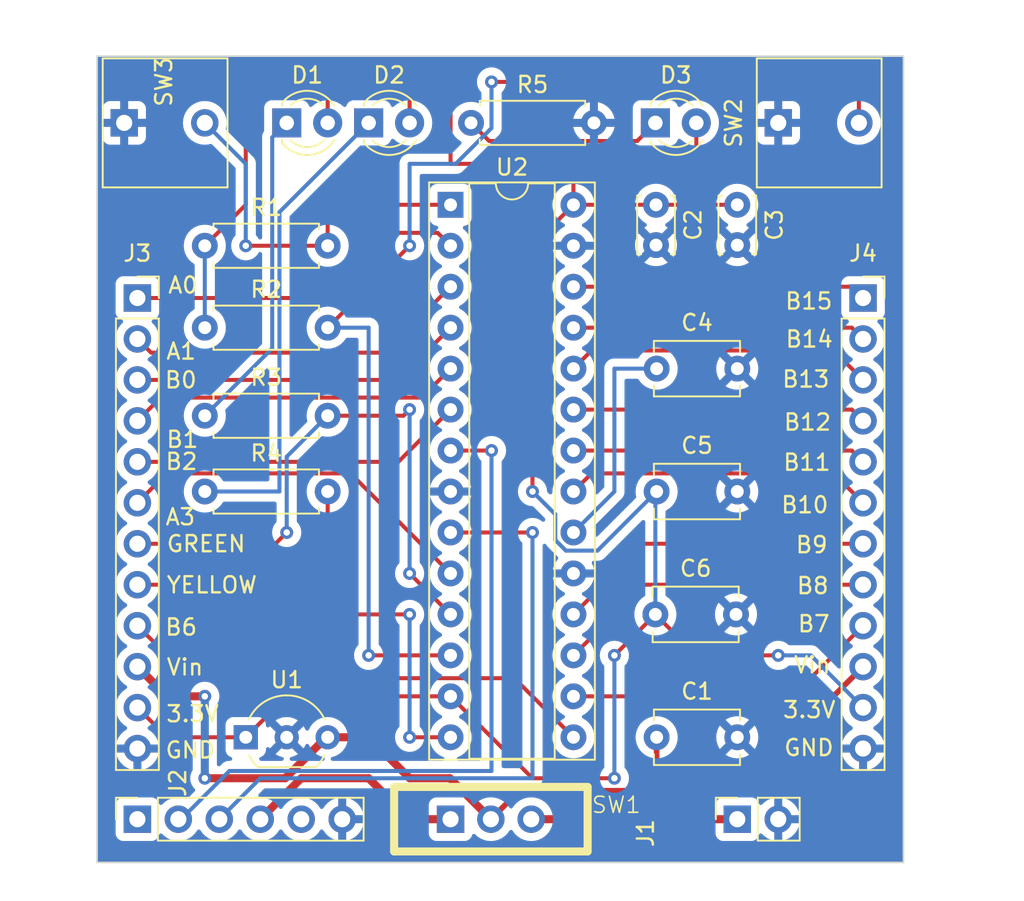
<source format=kicad_pcb>
(kicad_pcb (version 20221018) (generator pcbnew)
  (layers (0 "F.Cu" signal) (31 "B.Cu" signal) (34 "B.Paste" user) (35 "F.Paste" user) (36 "B.SilkS" user "B.Silkscreen") (37 "F.SilkS" user "F.Silkscreen") (38 "B.Mask" user) (39 "F.Mask" user) (44 "Edge.Cuts" user))
  (net 0 "")
  (net 1 "/Vin")
  (net 2 "GND")
  (net 3 "+3.3V")
  (net 4 "Net-(U2-Vcap)")
  (net 5 "Net-(D1-K)")
  (net 6 "Net-(D2-K)")
  (net 7 "Net-(D3-K)")
  (net 8 "Net-(J1-5V)")
  (net 10 "/U1TX")
  (net 11 "/U1RX")
  (net 12 "+5V")
  (net 14 "/A0")
  (net 15 "/A1")
  (net 16 "/B0")
  (net 17 "/B1")
  (net 18 "/B2")
  (net 19 "/A3")
  (net 20 "/GREEN")
  (net 21 "/YELLOW")
  (net 22 "/B6")
  (net 23 "/B15")
  (net 24 "/B14")
  (net 25 "/B13")
  (net 26 "/B12")
  (net 27 "/B11")
  (net 28 "/B10")
  (net 29 "/B9")
  (net 30 "/B8")
  (net 31 "/B7")
  (net 32 "/MCLR")
  (net 33 "/USER")
  (footprint "Package_DIP:DIP-28_W7.62mm_Socket" (layer "F.Cu") (at 121.92 109.22)
    (fp_text reference "U2" (at 3.81 -2.33) (layer "F.SilkS"))
    (fp_text value "PIC32MX170F256B")
    (fp_line (start -1.33 -1.39) (end -1.33 34.41) (stroke (width 0.12)) (layer "F.SilkS"))
    (fp_line (start -1.33 34.41) (end 8.95 34.41) (stroke (width 0.12)) (layer "F.SilkS"))
    (fp_line (start 1.16 -1.33) (end 1.16 34.35) (stroke (width 0.12)) (layer "F.SilkS"))
    (fp_line (start 1.16 34.35) (end 6.46 34.35) (stroke (width 0.12)) (layer "F.SilkS"))
    (fp_line (start 2.81 -1.33) (end 1.16 -1.33) (stroke (width 0.12)) (layer "F.SilkS"))
    (fp_line (start 6.46 -1.33) (end 4.81 -1.33) (stroke (width 0.12)) (layer "F.SilkS"))
    (fp_line (start 6.46 34.35) (end 6.46 -1.33) (stroke (width 0.12)) (layer "F.SilkS"))
    (fp_line (start 8.95 -1.39) (end -1.33 -1.39) (stroke (width 0.12)) (layer "F.SilkS"))
    (fp_line (start 8.95 34.41) (end 8.95 -1.39) (stroke (width 0.12)) (layer "F.SilkS"))
    (fp_arc (start 4.81 -1.33) (mid 3.81 -0.33) (end 2.81 -1.33) (stroke (width 0.12)) (layer "F.SilkS"))
    (pad "1" thru_hole rect (at 0 0) (size 1.6 1.6) (drill 0.8) (layers "*.Cu" "*.Mask") (net 32 "/MCLR"))
    (pad "2" thru_hole oval (at 0 2.54) (size 1.6 1.6) (drill 0.8) (layers "*.Cu" "*.Mask") (net 14 "/A0"))
    (pad "3" thru_hole oval (at 0 5.08) (size 1.6 1.6) (drill 0.8) (layers "*.Cu" "*.Mask") (net 15 "/A1"))
    (pad "4" thru_hole oval (at 0 7.62) (size 1.6 1.6) (drill 0.8) (layers "*.Cu" "*.Mask") (net 16 "/B0"))
    (pad "5" thru_hole oval (at 0 10.16) (size 1.6 1.6) (drill 0.8) (layers "*.Cu" "*.Mask") (net 17 "/B1"))
    (pad "6" thru_hole oval (at 0 12.7) (size 1.6 1.6) (drill 0.8) (layers "*.Cu" "*.Mask") (net 18 "/B2"))
    (pad "7" thru_hole oval (at 0 15.24) (size 1.6 1.6) (drill 0.8) (layers "*.Cu" "*.Mask") (net 10 "/U1TX"))
    (pad "8" thru_hole oval (at 0 17.78) (size 1.6 1.6) (drill 0.8) (layers "*.Cu" "*.Mask") (net 2 "GND"))
    (pad "9" thru_hole oval (at 0 20.32) (size 1.6 1.6) (drill 0.8) (layers "*.Cu" "*.Mask") (net 11 "/U1RX"))
    (pad "10" thru_hole oval (at 0 22.86) (size 1.6 1.6) (drill 0.8) (layers "*.Cu" "*.Mask") (net 19 "/A3"))
    (pad "11" thru_hole oval (at 0 25.4) (size 1.6 1.6) (drill 0.8) (layers "*.Cu" "*.Mask") (net 20 "/GREEN"))
    (pad "12" thru_hole oval (at 0 27.94) (size 1.6 1.6) (drill 0.8) (layers "*.Cu" "*.Mask") (net 33 "/USER"))
    (pad "13" thru_hole oval (at 0 30.48) (size 1.6 1.6) (drill 0.8) (layers "*.Cu" "*.Mask") (net 3 "+3.3V"))
    (pad "14" thru_hole oval (at 0 33.02) (size 1.6 1.6) (drill 0.8) (layers "*.Cu" "*.Mask") (net 21 "/YELLOW"))
    (pad "15" thru_hole oval (at 7.62 33.02) (size 1.6 1.6) (drill 0.8) (layers "*.Cu" "*.Mask") (net 22 "/B6"))
    (pad "16" thru_hole oval (at 7.62 30.48) (size 1.6 1.6) (drill 0.8) (layers "*.Cu" "*.Mask") (net 31 "/B7"))
    (pad "17" thru_hole oval (at 7.62 27.94) (size 1.6 1.6) (drill 0.8) (layers "*.Cu" "*.Mask") (net 30 "/B8"))
    (pad "18" thru_hole oval (at 7.62 25.4) (size 1.6 1.6) (drill 0.8) (layers "*.Cu" "*.Mask") (net 29 "/B9"))
    (pad "19" thru_hole oval (at 7.62 22.86) (size 1.6 1.6) (drill 0.8) (layers "*.Cu" "*.Mask") (net 2 "GND"))
    (pad "20" thru_hole oval (at 7.62 20.32) (size 1.6 1.6) (drill 0.8) (layers "*.Cu" "*.Mask") (net 4 "Net-(U2-Vcap)"))
    (pad "21" thru_hole oval (at 7.62 17.78) (size 1.6 1.6) (drill 0.8) (layers "*.Cu" "*.Mask") (net 28 "/B10"))
    (pad "22" thru_hole oval (at 7.62 15.24) (size 1.6 1.6) (drill 0.8) (layers "*.Cu" "*.Mask") (net 27 "/B11"))
    (pad "23" thru_hole oval (at 7.62 12.7) (size 1.6 1.6) (drill 0.8) (layers "*.Cu" "*.Mask") (net 26 "/B12"))
    (pad "24" thru_hole oval (at 7.62 10.16) (size 1.6 1.6) (drill 0.8) (layers "*.Cu" "*.Mask") (net 25 "/B13"))
    (pad "25" thru_hole oval (at 7.62 7.62) (size 1.6 1.6) (drill 0.8) (layers "*.Cu" "*.Mask") (net 24 "/B14"))
    (pad "26" thru_hole oval (at 7.62 5.08) (size 1.6 1.6) (drill 0.8) (layers "*.Cu" "*.Mask") (net 23 "/B15"))
    (pad "27" thru_hole oval (at 7.62 2.54) (size 1.6 1.6) (drill 0.8) (layers "*.Cu" "*.Mask") (net 2 "GND"))
    (pad "28" thru_hole oval (at 7.62 0) (size 1.6 1.6) (drill 0.8) (layers "*.Cu" "*.Mask") (net 3 "+3.3V"))
  )
  (footprint "Capacitor_THT:C_Disc_D5.1mm_W3.2mm_P5.00mm" (layer "F.Cu") (at 134.7 142.24)
    (fp_text reference "C1" (at 2.5 -2.85) (layer "F.SilkS"))
    (fp_text value "1uF")
    (fp_line (start -0.17 -1.721) (end -0.17 -1.055) (stroke (width 0.12)) (layer "F.SilkS"))
    (fp_line (start -0.17 -1.721) (end 5.17 -1.721) (stroke (width 0.12)) (layer "F.SilkS"))
    (fp_line (start -0.17 1.055) (end -0.17 1.721) (stroke (width 0.12)) (layer "F.SilkS"))
    (fp_line (start -0.17 1.721) (end 5.17 1.721) (stroke (width 0.12)) (layer "F.SilkS"))
    (fp_line (start 5.17 -1.721) (end 5.17 -1.055) (stroke (width 0.12)) (layer "F.SilkS"))
    (fp_line (start 5.17 1.055) (end 5.17 1.721) (stroke (width 0.12)) (layer "F.SilkS"))
    (pad "1" thru_hole circle (at 0 0) (size 1.6 1.6) (drill 0.8) (layers "*.Cu" "*.Mask") (net 1 "/Vin"))
    (pad "2" thru_hole circle (at 5 0) (size 1.6 1.6) (drill 0.8) (layers "*.Cu" "*.Mask") (net 2 "GND"))
  )
  (footprint "LED_THT:LED_D3.0mm" (layer "F.Cu") (at 111.76 104.14)
    (fp_text reference "D1" (at 1.27 -2.96) (layer "F.SilkS"))
    (fp_text value "GREEN")
    (fp_line (start -0.29 -1.236) (end -0.29 -1.08) (stroke (width 0.12)) (layer "F.SilkS"))
    (fp_line (start -0.29 1.08) (end -0.29 1.236) (stroke (width 0.12)) (layer "F.SilkS"))
    (fp_arc (start -0.29 -1.235516) (mid 1.366487 -1.987659) (end 2.942335 -1.078608) (stroke (width 0.12)) (layer "F.SilkS"))
    (fp_arc (start 0.229039 -1.08) (mid 1.270117 -1.5) (end 2.31113 -1.079837) (stroke (width 0.12)) (layer "F.SilkS"))
    (fp_arc (start 2.31113 1.079837) (mid 1.270117 1.5) (end 0.229039 1.08) (stroke (width 0.12)) (layer "F.SilkS"))
    (fp_arc (start 2.942335 1.078608) (mid 1.366487 1.987659) (end -0.29 1.235516) (stroke (width 0.12)) (layer "F.SilkS"))
    (pad "1" thru_hole rect (at 0 0) (size 1.8 1.8) (drill 0.9) (layers "*.Cu" "*.Mask") (net 5 "Net-(D1-K)"))
    (pad "2" thru_hole circle (at 2.54 0) (size 1.8 1.8) (drill 0.9) (layers "*.Cu" "*.Mask") (net 3 "+3.3V"))
  )
  (footprint "Resistor_THT:R_Axial_DIN0207_L6.3mm_D2.5mm_P7.62mm_Horizontal" (layer "F.Cu") (at 106.68 116.84)
    (fp_text reference "R2" (at 3.81 -2.37) (layer "F.SilkS"))
    (fp_text value "10k")
    (fp_line (start 0.54 -1.37) (end 7.08 -1.37) (stroke (width 0.12)) (layer "F.SilkS"))
    (fp_line (start 0.54 -1.04) (end 0.54 -1.37) (stroke (width 0.12)) (layer "F.SilkS"))
    (fp_line (start 0.54 1.04) (end 0.54 1.37) (stroke (width 0.12)) (layer "F.SilkS"))
    (fp_line (start 0.54 1.37) (end 7.08 1.37) (stroke (width 0.12)) (layer "F.SilkS"))
    (fp_line (start 7.08 -1.37) (end 7.08 -1.04) (stroke (width 0.12)) (layer "F.SilkS"))
    (fp_line (start 7.08 1.37) (end 7.08 1.04) (stroke (width 0.12)) (layer "F.SilkS"))
    (pad "1" thru_hole circle (at 0 0) (size 1.6 1.6) (drill 0.8) (layers "*.Cu" "*.Mask") (net 3 "+3.3V"))
    (pad "2" thru_hole oval (at 7.62 0) (size 1.6 1.6) (drill 0.8) (layers "*.Cu" "*.Mask") (net 33 "/USER"))
  )
  (footprint "Resistor_THT:R_Axial_DIN0207_L6.3mm_D2.5mm_P7.62mm_Horizontal" (layer "F.Cu") (at 123.19 104.14)
    (fp_text reference "R5" (at 3.81 -2.37) (layer "F.SilkS"))
    (fp_text value "330")
    (fp_line (start 0.54 -1.37) (end 7.08 -1.37) (stroke (width 0.12)) (layer "F.SilkS"))
    (fp_line (start 0.54 -1.04) (end 0.54 -1.37) (stroke (width 0.12)) (layer "F.SilkS"))
    (fp_line (start 0.54 1.04) (end 0.54 1.37) (stroke (width 0.12)) (layer "F.SilkS"))
    (fp_line (start 0.54 1.37) (end 7.08 1.37) (stroke (width 0.12)) (layer "F.SilkS"))
    (fp_line (start 7.08 -1.37) (end 7.08 -1.04) (stroke (width 0.12)) (layer "F.SilkS"))
    (fp_line (start 7.08 1.37) (end 7.08 1.04) (stroke (width 0.12)) (layer "F.SilkS"))
    (pad "1" thru_hole circle (at 0 0) (size 1.6 1.6) (drill 0.8) (layers "*.Cu" "*.Mask") (net 7 "Net-(D3-K)"))
    (pad "2" thru_hole oval (at 7.62 0) (size 1.6 1.6) (drill 0.8) (layers "*.Cu" "*.Mask") (net 2 "GND"))
  )
  (footprint "LED_THT:LED_D3.0mm" (layer "F.Cu") (at 116.84 104.14)
    (fp_text reference "D2" (at 1.27 -2.96) (layer "F.SilkS"))
    (fp_text value "YELLOW")
    (fp_line (start -0.29 -1.236) (end -0.29 -1.08) (stroke (width 0.12)) (layer "F.SilkS"))
    (fp_line (start -0.29 1.08) (end -0.29 1.236) (stroke (width 0.12)) (layer "F.SilkS"))
    (fp_arc (start -0.29 -1.235516) (mid 1.366487 -1.987659) (end 2.942335 -1.078608) (stroke (width 0.12)) (layer "F.SilkS"))
    (fp_arc (start 0.229039 -1.08) (mid 1.270117 -1.5) (end 2.31113 -1.079837) (stroke (width 0.12)) (layer "F.SilkS"))
    (fp_arc (start 2.31113 1.079837) (mid 1.270117 1.5) (end 0.229039 1.08) (stroke (width 0.12)) (layer "F.SilkS"))
    (fp_arc (start 2.942335 1.078608) (mid 1.366487 1.987659) (end -0.29 1.235516) (stroke (width 0.12)) (layer "F.SilkS"))
    (pad "1" thru_hole rect (at 0 0) (size 1.8 1.8) (drill 0.9) (layers "*.Cu" "*.Mask") (net 6 "Net-(D2-K)"))
    (pad "2" thru_hole circle (at 2.54 0) (size 1.8 1.8) (drill 0.9) (layers "*.Cu" "*.Mask") (net 3 "+3.3V"))
  )
  (footprint "Capacitor_THT:C_Disc_D3.4mm_W2.1mm_P2.50mm" (layer "F.Cu") (at 134.66 109.22 -90)
    (fp_text reference "C2" (at 1.25 -2.3 90) (layer "F.SilkS"))
    (fp_text value "0.1uF")
    (fp_line (start -0.57 -1.17) (end -0.57 -0.925) (stroke (width 0.12)) (layer "F.SilkS"))
    (fp_line (start -0.57 -1.17) (end 3.07 -1.17) (stroke (width 0.12)) (layer "F.SilkS"))
    (fp_line (start -0.57 0.925) (end -0.57 1.17) (stroke (width 0.12)) (layer "F.SilkS"))
    (fp_line (start -0.57 1.17) (end 3.07 1.17) (stroke (width 0.12)) (layer "F.SilkS"))
    (fp_line (start 3.07 -1.17) (end 3.07 -0.925) (stroke (width 0.12)) (layer "F.SilkS"))
    (fp_line (start 3.07 0.925) (end 3.07 1.17) (stroke (width 0.12)) (layer "F.SilkS"))
    (pad "1" thru_hole circle (at 0 0 270) (size 1.6 1.6) (drill 0.8) (layers "*.Cu" "*.Mask") (net 3 "+3.3V"))
    (pad "2" thru_hole circle (at 2.5 0 270) (size 1.6 1.6) (drill 0.8) (layers "*.Cu" "*.Mask") (net 2 "GND"))
  )
  (footprint "Capacitor_THT:C_Disc_D3.4mm_W2.1mm_P2.50mm" (layer "F.Cu") (at 139.7 109.22 -90)
    (fp_text reference "C3" (at 1.25 -2.3 90) (layer "F.SilkS"))
    (fp_text value "0.1uF")
    (fp_line (start -0.57 -1.17) (end -0.57 -0.925) (stroke (width 0.12)) (layer "F.SilkS"))
    (fp_line (start -0.57 -1.17) (end 3.07 -1.17) (stroke (width 0.12)) (layer "F.SilkS"))
    (fp_line (start -0.57 0.925) (end -0.57 1.17) (stroke (width 0.12)) (layer "F.SilkS"))
    (fp_line (start -0.57 1.17) (end 3.07 1.17) (stroke (width 0.12)) (layer "F.SilkS"))
    (fp_line (start 3.07 -1.17) (end 3.07 -0.925) (stroke (width 0.12)) (layer "F.SilkS"))
    (fp_line (start 3.07 0.925) (end 3.07 1.17) (stroke (width 0.12)) (layer "F.SilkS"))
    (pad "1" thru_hole circle (at 0 0 270) (size 1.6 1.6) (drill 0.8) (layers "*.Cu" "*.Mask") (net 3 "+3.3V"))
    (pad "2" thru_hole circle (at 2.5 0 270) (size 1.6 1.6) (drill 0.8) (layers "*.Cu" "*.Mask") (net 2 "GND"))
  )
  (footprint "PIClib:slide2" (layer "F.Cu") (at 124.42 147.32)
    (fp_text reference "SW1" (at 7.776038 -0.886266 unlocked) (layer "F.SilkS") (effects (font (thickness 0.1))))
    (fp_text value "SW_SPDT")
    (fp_line (start -6 -2) (end 6 -2) (stroke (width 0.5)) (layer "F.SilkS"))
    (fp_line (start -6 2) (end -6 -2) (stroke (width 0.5)) (layer "F.SilkS"))
    (fp_line (start 6 -2) (end 6 2) (stroke (width 0.5)) (layer "F.SilkS"))
    (fp_line (start 6 2) (end -6 2) (stroke (width 0.5)) (layer "F.SilkS"))
    (pad "1" thru_hole rect (at -2.5 0) (size 1.7 1.7) (drill 1) (layers "*.Cu" "*.Mask") (net 12 "+5V"))
    (pad "2" thru_hole circle (at 0 0) (size 1.7 1.7) (drill 1) (layers "*.Cu" "*.Mask") (net 1 "/Vin"))
    (pad "3" thru_hole circle (at 2.5 0) (size 1.7 1.7) (drill 1) (layers "*.Cu" "*.Mask") (net 8 "Net-(J1-5V)"))
  )
  (footprint "Package_TO_SOT_THT:TO-92_Inline_Wide" (layer "F.Cu") (at 109.22 142.24)
    (fp_text reference "U1" (at 2.54 -3.56) (layer "F.SilkS"))
    (fp_text value "AP7381-33V")
    (fp_line (start 0.74 1.85) (end 4.34 1.85) (stroke (width 0.12)) (layer "F.SilkS"))
    (fp_arc (start 0.1836 -1.098807) (mid 1.143021 -2.192817) (end 2.54 -2.6) (stroke (width 0.12)) (layer "F.SilkS"))
    (fp_arc (start 0.74 1.85) (mid 0.446097 1.509328) (end 0.215816 1.122795) (stroke (width 0.12)) (layer "F.SilkS"))
    (fp_arc (start 2.54 -2.6) (mid 3.936979 -2.192818) (end 4.8964 -1.098807) (stroke (width 0.12)) (layer "F.SilkS"))
    (fp_arc (start 4.864184 1.122795) (mid 4.633903 1.509328) (end 4.34 1.85) (stroke (width 0.12)) (layer "F.SilkS"))
    (pad "1" thru_hole rect (at 0 0) (size 1.5 1.5) (drill 0.8) (layers "*.Cu" "*.Mask") (net 3 "+3.3V"))
    (pad "2" thru_hole circle (at 2.54 0) (size 1.5 1.5) (drill 0.8) (layers "*.Cu" "*.Mask") (net 2 "GND"))
    (pad "3" thru_hole circle (at 5.08 0) (size 1.5 1.5) (drill 0.8) (layers "*.Cu" "*.Mask") (net 1 "/Vin"))
  )
  (footprint "Connector_PinSocket_2.54mm:PinSocket_1x06_P2.54mm_Vertical" (layer "F.Cu") (at 102.5 147.32 90)
    (fp_text reference "J2" (at 2.251665 2.505006 90) (layer "F.SilkS"))
    (fp_text value "CP2102")
    (fp_line (start -1.33 1.27) (end -1.33 14.03) (stroke (width 0.12)) (layer "F.SilkS"))
    (fp_line (start -1.33 1.27) (end 1.33 1.27) (stroke (width 0.12)) (layer "F.SilkS"))
    (fp_line (start -1.33 14.03) (end 1.33 14.03) (stroke (width 0.12)) (layer "F.SilkS"))
    (fp_line (start 0 -1.33) (end 1.33 -1.33) (stroke (width 0.12)) (layer "F.SilkS"))
    (fp_line (start 1.33 -1.33) (end 1.33 0) (stroke (width 0.12)) (layer "F.SilkS"))
    (fp_line (start 1.33 1.27) (end 1.33 14.03) (stroke (width 0.12)) (layer "F.SilkS"))
    (pad "1" thru_hole rect (at 0 0 90) (size 1.7 1.7) (drill 1) (layers "*.Cu" "*.Mask"))
    (pad "2" thru_hole oval (at 0 2.54 90) (size 1.7 1.7) (drill 1) (layers "*.Cu" "*.Mask") (net 10 "/U1TX"))
    (pad "3" thru_hole oval (at 0 5.08 90) (size 1.7 1.7) (drill 1) (layers "*.Cu" "*.Mask") (net 11 "/U1RX"))
    (pad "4" thru_hole oval (at 0 7.62 90) (size 1.7 1.7) (drill 1) (layers "*.Cu" "*.Mask") (net 12 "+5V"))
    (pad "5" thru_hole oval (at 0 10.16 90) (size 1.7 1.7) (drill 1) (layers "*.Cu" "*.Mask"))
    (pad "6" thru_hole oval (at 0 12.7 90) (size 1.7 1.7) (drill 1) (layers "*.Cu" "*.Mask") (net 2 "GND"))
  )
  (footprint "PIClib:pushbutton_P2.54mm_Vertical" (layer "F.Cu") (at 142.24 104.14 90)
    (fp_text reference "SW2" (at 0 -2.77 90) (layer "F.SilkS"))
    (fp_text value "USER")
    (fp_line (start -4 -1.33) (end -4 6.41) (stroke (width 0.12)) (layer "F.SilkS"))
    (fp_line (start -4 -1.33) (end 4 -1.33) (stroke (width 0.12)) (layer "F.SilkS"))
    (fp_line (start -4 6.41) (end 4 6.41) (stroke (width 0.12)) (layer "F.SilkS"))
    (fp_line (start 4 -1.33) (end 4 6.41) (stroke (width 0.12)) (layer "F.SilkS"))
    (pad "1" thru_hole rect (at 0 0 90) (size 1.7 1.7) (drill 1) (layers "*.Cu" "*.Mask") (net 2 "GND"))
    (pad "2" thru_hole circle (at 0 5 90) (size 1.7 1.7) (drill 1) (layers "*.Cu" "*.Mask") (net 33 "/USER"))
  )
  (footprint "PIClib:pushbutton_P2.54mm_Vertical" (layer "F.Cu") (at 101.68 104.14 90)
    (fp_text reference "SW3" (at 2.54 2.46 90) (layer "F.SilkS"))
    (fp_text value "MCLR")
    (fp_line (start -4 -1.33) (end -4 6.41) (stroke (width 0.12)) (layer "F.SilkS"))
    (fp_line (start -4 -1.33) (end 4 -1.33) (stroke (width 0.12)) (layer "F.SilkS"))
    (fp_line (start -4 6.41) (end 4 6.41) (stroke (width 0.12)) (layer "F.SilkS"))
    (fp_line (start 4 -1.33) (end 4 6.41) (stroke (width 0.12)) (layer "F.SilkS"))
    (pad "1" thru_hole rect (at 0 0 90) (size 1.7 1.7) (drill 1) (layers "*.Cu" "*.Mask") (net 2 "GND"))
    (pad "2" thru_hole circle (at 0 5 90) (size 1.7 1.7) (drill 1) (layers "*.Cu" "*.Mask") (net 32 "/MCLR"))
  )
  (footprint "Capacitor_THT:C_Disc_D5.1mm_W3.2mm_P5.00mm" (layer "F.Cu") (at 134.7 119.38)
    (fp_text reference "C4" (at 2.5 -2.85) (layer "F.SilkS"))
    (fp_text value "1uF")
    (fp_line (start -0.17 -1.721) (end -0.17 -1.055) (stroke (width 0.12)) (layer "F.SilkS"))
    (fp_line (start -0.17 -1.721) (end 5.17 -1.721) (stroke (width 0.12)) (layer "F.SilkS"))
    (fp_line (start -0.17 1.055) (end -0.17 1.721) (stroke (width 0.12)) (layer "F.SilkS"))
    (fp_line (start -0.17 1.721) (end 5.17 1.721) (stroke (width 0.12)) (layer "F.SilkS"))
    (fp_line (start 5.17 -1.721) (end 5.17 -1.055) (stroke (width 0.12)) (layer "F.SilkS"))
    (fp_line (start 5.17 1.055) (end 5.17 1.721) (stroke (width 0.12)) (layer "F.SilkS"))
    (pad "1" thru_hole circle (at 0 0) (size 1.6 1.6) (drill 0.8) (layers "*.Cu" "*.Mask") (net 4 "Net-(U2-Vcap)"))
    (pad "2" thru_hole circle (at 5 0) (size 1.6 1.6) (drill 0.8) (layers "*.Cu" "*.Mask") (net 2 "GND"))
  )
  (footprint "Resistor_THT:R_Axial_DIN0207_L6.3mm_D2.5mm_P7.62mm_Horizontal" (layer "F.Cu") (at 106.68 127)
    (fp_text reference "R4" (at 3.81 -2.37) (layer "F.SilkS"))
    (fp_text value "330")
    (fp_line (start 0.54 -1.37) (end 7.08 -1.37) (stroke (width 0.12)) (layer "F.SilkS"))
    (fp_line (start 0.54 -1.04) (end 0.54 -1.37) (stroke (width 0.12)) (layer "F.SilkS"))
    (fp_line (start 0.54 1.04) (end 0.54 1.37) (stroke (width 0.12)) (layer "F.SilkS"))
    (fp_line (start 0.54 1.37) (end 7.08 1.37) (stroke (width 0.12)) (layer "F.SilkS"))
    (fp_line (start 7.08 -1.37) (end 7.08 -1.04) (stroke (width 0.12)) (layer "F.SilkS"))
    (fp_line (start 7.08 1.37) (end 7.08 1.04) (stroke (width 0.12)) (layer "F.SilkS"))
    (pad "1" thru_hole circle (at 0 0) (size 1.6 1.6) (drill 0.8) (layers "*.Cu" "*.Mask") (net 6 "Net-(D2-K)"))
    (pad "2" thru_hole oval (at 7.62 0) (size 1.6 1.6) (drill 0.8) (layers "*.Cu" "*.Mask") (net 21 "/YELLOW"))
  )
  (footprint "Capacitor_THT:C_Disc_D5.1mm_W3.2mm_P5.00mm" (layer "F.Cu") (at 134.7 127)
    (fp_text reference "C5" (at 2.5 -2.85) (layer "F.SilkS"))
    (fp_text value "1uF")
    (fp_line (start -0.17 -1.721) (end -0.17 -1.055) (stroke (width 0.12)) (layer "F.SilkS"))
    (fp_line (start -0.17 -1.721) (end 5.17 -1.721) (stroke (width 0.12)) (layer "F.SilkS"))
    (fp_line (start -0.17 1.055) (end -0.17 1.721) (stroke (width 0.12)) (layer "F.SilkS"))
    (fp_line (start -0.17 1.721) (end 5.17 1.721) (stroke (width 0.12)) (layer "F.SilkS"))
    (fp_line (start 5.17 -1.721) (end 5.17 -1.055) (stroke (width 0.12)) (layer "F.SilkS"))
    (fp_line (start 5.17 1.055) (end 5.17 1.721) (stroke (width 0.12)) (layer "F.SilkS"))
    (pad "1" thru_hole circle (at 0 0) (size 1.6 1.6) (drill 0.8) (layers "*.Cu" "*.Mask") (net 3 "+3.3V"))
    (pad "2" thru_hole circle (at 5 0) (size 1.6 1.6) (drill 0.8) (layers "*.Cu" "*.Mask") (net 2 "GND"))
  )
  (footprint "Connector_PinSocket_2.54mm:PinSocket_1x12_P2.54mm_Vertical" (layer "F.Cu") (at 147.5 115)
    (fp_text reference "J4" (at 0 -2.77) (layer "F.SilkS"))
    (fp_text value "Right")
    (fp_line (start -1.33 1.27) (end -1.33 29.27) (stroke (width 0.12)) (layer "F.SilkS"))
    (fp_line (start -1.33 1.27) (end 1.33 1.27) (stroke (width 0.12)) (layer "F.SilkS"))
    (fp_line (start -1.33 29.27) (end 1.33 29.27) (stroke (width 0.12)) (layer "F.SilkS"))
    (fp_line (start 0 -1.33) (end 1.33 -1.33) (stroke (width 0.12)) (layer "F.SilkS"))
    (fp_line (start 1.33 -1.33) (end 1.33 0) (stroke (width 0.12)) (layer "F.SilkS"))
    (fp_line (start 1.33 1.27) (end 1.33 29.27) (stroke (width 0.12)) (layer "F.SilkS"))
    (pad "1" thru_hole rect (at 0 0) (size 1.7 1.7) (drill 1) (layers "*.Cu" "*.Mask") (net 23 "/B15"))
    (pad "2" thru_hole oval (at 0 2.54) (size 1.7 1.7) (drill 1) (layers "*.Cu" "*.Mask") (net 24 "/B14"))
    (pad "3" thru_hole oval (at 0 5.08) (size 1.7 1.7) (drill 1) (layers "*.Cu" "*.Mask") (net 25 "/B13"))
    (pad "4" thru_hole oval (at 0 7.62) (size 1.7 1.7) (drill 1) (layers "*.Cu" "*.Mask") (net 26 "/B12"))
    (pad "5" thru_hole oval (at 0 10.16) (size 1.7 1.7) (drill 1) (layers "*.Cu" "*.Mask") (net 27 "/B11"))
    (pad "6" thru_hole oval (at 0 12.7) (size 1.7 1.7) (drill 1) (layers "*.Cu" "*.Mask") (net 28 "/B10"))
    (pad "7" thru_hole oval (at 0 15.24) (size 1.7 1.7) (drill 1) (layers "*.Cu" "*.Mask") (net 29 "/B9"))
    (pad "8" thru_hole oval (at 0 17.78) (size 1.7 1.7) (drill 1) (layers "*.Cu" "*.Mask") (net 30 "/B8"))
    (pad "9" thru_hole oval (at 0 20.32) (size 1.7 1.7) (drill 1) (layers "*.Cu" "*.Mask") (net 31 "/B7"))
    (pad "10" thru_hole oval (at 0 22.86) (size 1.7 1.7) (drill 1) (layers "*.Cu" "*.Mask") (net 1 "/Vin"))
    (pad "11" thru_hole oval (at 0 25.4) (size 1.7 1.7) (drill 1) (layers "*.Cu" "*.Mask") (net 3 "+3.3V"))
    (pad "12" thru_hole oval (at 0 27.94) (size 1.7 1.7) (drill 1) (layers "*.Cu" "*.Mask") (net 2 "GND"))
  )
  (footprint "Resistor_THT:R_Axial_DIN0207_L6.3mm_D2.5mm_P7.62mm_Horizontal" (layer "F.Cu") (at 106.68 122.3)
    (fp_text reference "R3" (at 3.81 -2.37) (layer "F.SilkS"))
    (fp_text value "330")
    (fp_line (start 0.54 -1.37) (end 7.08 -1.37) (stroke (width 0.12)) (layer "F.SilkS"))
    (fp_line (start 0.54 -1.04) (end 0.54 -1.37) (stroke (width 0.12)) (layer "F.SilkS"))
    (fp_line (start 0.54 1.04) (end 0.54 1.37) (stroke (width 0.12)) (layer "F.SilkS"))
    (fp_line (start 0.54 1.37) (end 7.08 1.37) (stroke (width 0.12)) (layer "F.SilkS"))
    (fp_line (start 7.08 -1.37) (end 7.08 -1.04) (stroke (width 0.12)) (layer "F.SilkS"))
    (fp_line (start 7.08 1.37) (end 7.08 1.04) (stroke (width 0.12)) (layer "F.SilkS"))
    (pad "1" thru_hole circle (at 0 0) (size 1.6 1.6) (drill 0.8) (layers "*.Cu" "*.Mask") (net 5 "Net-(D1-K)"))
    (pad "2" thru_hole oval (at 7.62 0) (size 1.6 1.6) (drill 0.8) (layers "*.Cu" "*.Mask") (net 20 "/GREEN"))
  )
  (footprint "Capacitor_THT:C_Disc_D5.1mm_W3.2mm_P5.00mm" (layer "F.Cu") (at 134.62 134.62)
    (fp_text reference "C6" (at 2.5 -2.85) (layer "F.SilkS"))
    (fp_text value "1uF")
    (fp_line (start -0.17 -1.721) (end -0.17 -1.055) (stroke (width 0.12)) (layer "F.SilkS"))
    (fp_line (start -0.17 -1.721) (end 5.17 -1.721) (stroke (width 0.12)) (layer "F.SilkS"))
    (fp_line (start -0.17 1.055) (end -0.17 1.721) (stroke (width 0.12)) (layer "F.SilkS"))
    (fp_line (start -0.17 1.721) (end 5.17 1.721) (stroke (width 0.12)) (layer "F.SilkS"))
    (fp_line (start 5.17 -1.721) (end 5.17 -1.055) (stroke (width 0.12)) (layer "F.SilkS"))
    (fp_line (start 5.17 1.055) (end 5.17 1.721) (stroke (width 0.12)) (layer "F.SilkS"))
    (pad "1" thru_hole circle (at 0 0) (size 1.6 1.6) (drill 0.8) (layers "*.Cu" "*.Mask") (net 3 "+3.3V"))
    (pad "2" thru_hole circle (at 5 0) (size 1.6 1.6) (drill 0.8) (layers "*.Cu" "*.Mask") (net 2 "GND"))
  )
  (footprint "LED_THT:LED_D3.0mm" (layer "F.Cu") (at 134.62 104.14)
    (fp_text reference "D3" (at 1.27 -2.96) (layer "F.SilkS"))
    (fp_text value "RED")
    (fp_line (start -0.29 -1.236) (end -0.29 -1.08) (stroke (width 0.12)) (layer "F.SilkS"))
    (fp_line (start -0.29 1.08) (end -0.29 1.236) (stroke (width 0.12)) (layer "F.SilkS"))
    (fp_arc (start -0.29 -1.235516) (mid 1.366487 -1.987659) (end 2.942335 -1.078608) (stroke (width 0.12)) (layer "F.SilkS"))
    (fp_arc (start 0.229039 -1.08) (mid 1.270117 -1.5) (end 2.31113 -1.079837) (stroke (width 0.12)) (layer "F.SilkS"))
    (fp_arc (start 2.31113 1.079837) (mid 1.270117 1.5) (end 0.229039 1.08) (stroke (width 0.12)) (layer "F.SilkS"))
    (fp_arc (start 2.942335 1.078608) (mid 1.366487 1.987659) (end -0.29 1.235516) (stroke (width 0.12)) (layer "F.SilkS"))
    (pad "1" thru_hole rect (at 0 0) (size 1.8 1.8) (drill 0.9) (layers "*.Cu" "*.Mask") (net 7 "Net-(D3-K)"))
    (pad "2" thru_hole circle (at 2.54 0) (size 1.8 1.8) (drill 0.9) (layers "*.Cu" "*.Mask") (net 3 "+3.3V"))
  )
  (footprint "Resistor_THT:R_Axial_DIN0207_L6.3mm_D2.5mm_P7.62mm_Horizontal" (layer "F.Cu") (at 106.68 111.76)
    (fp_text reference "R1" (at 3.81 -2.37) (layer "F.SilkS"))
    (fp_text value "10k")
    (fp_line (start 0.54 -1.37) (end 7.08 -1.37) (stroke (width 0.12)) (layer "F.SilkS"))
    (fp_line (start 0.54 -1.04) (end 0.54 -1.37) (stroke (width 0.12)) (layer "F.SilkS"))
    (fp_line (start 0.54 1.04) (end 0.54 1.37) (stroke (width 0.12)) (layer "F.SilkS"))
    (fp_line (start 0.54 1.37) (end 7.08 1.37) (stroke (width 0.12)) (layer "F.SilkS"))
    (fp_line (start 7.08 -1.37) (end 7.08 -1.04) (stroke (width 0.12)) (layer "F.SilkS"))
    (fp_line (start 7.08 1.37) (end 7.08 1.04) (stroke (width 0.12)) (layer "F.SilkS"))
    (pad "1" thru_hole circle (at 0 0) (size 1.6 1.6) (drill 0.8) (layers "*.Cu" "*.Mask") (net 3 "+3.3V"))
    (pad "2" thru_hole oval (at 7.62 0) (size 1.6 1.6) (drill 0.8) (layers "*.Cu" "*.Mask") (net 32 "/MCLR"))
  )
  (footprint "Connector_PinSocket_2.54mm:PinSocket_1x02_P2.54mm_Vertical" (layer "F.Cu") (at 139.7 147.32 90)
    (fp_text reference "J1" (at -0.863853 -5.689617 90) (layer "F.SilkS"))
    (fp_text value "BATTERY")
    (fp_line (start -1.33 1.27) (end -1.33 3.87) (stroke (width 0.12)) (layer "F.SilkS"))
    (fp_line (start -1.33 1.27) (end 1.33 1.27) (stroke (width 0.12)) (layer "F.SilkS"))
    (fp_line (start -1.33 3.87) (end 1.33 3.87) (stroke (width 0.12)) (layer "F.SilkS"))
    (fp_line (start 0 -1.33) (end 1.33 -1.33) (stroke (width 0.12)) (layer "F.SilkS"))
    (fp_line (start 1.33 -1.33) (end 1.33 0) (stroke (width 0.12)) (layer "F.SilkS"))
    (fp_line (start 1.33 1.27) (end 1.33 3.87) (stroke (width 0.12)) (layer "F.SilkS"))
    (pad "1" thru_hole rect (at 0 0 90) (size 1.7 1.7) (drill 1) (layers "*.Cu" "*.Mask") (net 8 "Net-(J1-5V)"))
    (pad "2" thru_hole oval (at 0 2.54 90) (size 1.7 1.7) (drill 1) (layers "*.Cu" "*.Mask") (net 2 "GND"))
  )
  (footprint "Connector_PinSocket_2.54mm:PinSocket_1x12_P2.54mm_Vertical" (layer "F.Cu") (at 102.5 115)
    (fp_text reference "J3" (at 0 -2.77) (layer "F.SilkS"))
    (fp_text value "Left")
    (fp_line (start -1.33 1.27) (end -1.33 29.27) (stroke (width 0.12)) (layer "F.SilkS"))
    (fp_line (start -1.33 1.27) (end 1.33 1.27) (stroke (width 0.12)) (layer "F.SilkS"))
    (fp_line (start -1.33 29.27) (end 1.33 29.27) (stroke (width 0.12)) (layer "F.SilkS"))
    (fp_line (start 0 -1.33) (end 1.33 -1.33) (stroke (width 0.12)) (layer "F.SilkS"))
    (fp_line (start 1.33 -1.33) (end 1.33 0) (stroke (width 0.12)) (layer "F.SilkS"))
    (fp_line (start 1.33 1.27) (end 1.33 29.27) (stroke (width 0.12)) (layer "F.SilkS"))
    (pad "1" thru_hole rect (at 0 0) (size 1.7 1.7) (drill 1) (layers "*.Cu" "*.Mask") (net 14 "/A0"))
    (pad "2" thru_hole oval (at 0 2.54) (size 1.7 1.7) (drill 1) (layers "*.Cu" "*.Mask") (net 15 "/A1"))
    (pad "3" thru_hole oval (at 0 5.08) (size 1.7 1.7) (drill 1) (layers "*.Cu" "*.Mask") (net 16 "/B0"))
    (pad "4" thru_hole oval (at 0 7.62) (size 1.7 1.7) (drill 1) (layers "*.Cu" "*.Mask") (net 17 "/B1"))
    (pad "5" thru_hole oval (at 0 10.16) (size 1.7 1.7) (drill 1) (layers "*.Cu" "*.Mask") (net 18 "/B2"))
    (pad "6" thru_hole oval (at 0 12.7) (size 1.7 1.7) (drill 1) (layers "*.Cu" "*.Mask") (net 19 "/A3"))
    (pad "7" thru_hole oval (at 0 15.24) (size 1.7 1.7) (drill 1) (layers "*.Cu" "*.Mask") (net 20 "/GREEN"))
    (pad "8" thru_hole oval (at 0 17.78) (size 1.7 1.7) (drill 1) (layers "*.Cu" "*.Mask") (net 21 "/YELLOW"))
    (pad "9" thru_hole oval (at 0 20.32) (size 1.7 1.7) (drill 1) (layers "*.Cu" "*.Mask") (net 22 "/B6"))
    (pad "10" thru_hole oval (at 0 22.86) (size 1.7 1.7) (drill 1) (layers "*.Cu" "*.Mask") (net 1 "/Vin"))
    (pad "11" thru_hole oval (at 0 25.4) (size 1.7 1.7) (drill 1) (layers "*.Cu" "*.Mask") (net 3 "+3.3V"))
    (pad "12" thru_hole oval (at 0 27.94) (size 1.7 1.7) (drill 1) (layers "*.Cu" "*.Mask") (net 2 "GND"))
  )
  (gr_line (start 100 150) (end 150 150) (stroke (width 0.1)) (layer "Edge.Cuts"))
  (gr_line (start 100 150) (end 100 100) (stroke (width 0.1)) (layer "Edge.Cuts"))
  (gr_line (start 150 150) (end 150 100) (stroke (width 0.1)) (layer "Edge.Cuts"))
  (gr_line (start 150 100) (end 100 100) (stroke (width 0.1)) (layer "Edge.Cuts"))
  (gr_text "B1" (at 104.217147 124.3577) (layer "F.SilkS") (effects (font (size 1 1)) (justify left bottom)))
  (gr_text "B10" (at 145.438967 128.415496) (layer "F.SilkS") (effects (font (size 1 1)) (justify right bottom)))
  (gr_text "Vin" (at 145.570761 138.344054) (layer "F.SilkS") (effects (font (size 1 1)) (justify right bottom)))
  (gr_text "B8" (at 145.45504 133.43008) (layer "F.SilkS") (effects (font (size 1 1)) (justify right bottom)))
  (gr_text "A3" (at 104.163144 129.163826) (layer "F.SilkS") (effects (font (size 1 1)) (justify left bottom)))
  (gr_text "3.3V" (at 142.44629 141.121362) (layer "F.SilkS") (effects (font (size 1 1)) (justify left bottom)))
  (gr_text "GND" (at 145.763629 143.474358) (layer "F.SilkS") (effects (font (size 1 1)) (justify right bottom)))
  (gr_text "B12" (at 142.503079 123.286152) (layer "F.SilkS") (effects (font (size 1 1)) (justify left bottom)))
  (gr_text "B6" (at 104.139999 135.996923) (layer "F.SilkS") (effects (font (size 1 1)) (justify left bottom)))
  (gr_text "A1" (at 104.209432 118.888105) (layer "F.SilkS") (effects (font (size 1 1)) (justify left bottom)))
  (gr_text "YELLOW" (at 104.232576 133.381625) (layer "F.SilkS") (effects (font (size 1 1)) (justify left bottom)))
  (gr_text "B13" (at 145.503257 120.620815) (layer "F.SilkS") (effects (font (size 1 1)) (justify right bottom)))
  (gr_text "A0" (at 104.325153 114.791577) (layer "F.SilkS") (effects (font (size 1 1)) (justify left bottom)))
  (gr_text "Vin" (at 104.232576 138.473355) (layer "F.SilkS") (effects (font (size 1 1)) (justify left bottom)))
  (gr_text "B11" (at 145.570225 125.777371) (layer "F.SilkS") (effects (font (size 1 1)) (justify right bottom)))
  (gr_text "GREEN" (at 104.232576 130.830211) (layer "F.SilkS") (effects (font (size 1 1)) (justify left bottom)))
  (gr_text "B14" (at 142.610228 118.139184) (layer "F.SilkS") (effects (font (size 1 1)) (justify left bottom)))
  (gr_text "B7" (at 145.519329 135.79272) (layer "F.SilkS") (effects (font (size 1 1)) (justify right bottom)))
  (gr_text "GND" (at 104.157278 143.622788) (layer "F.SilkS") (effects (font (size 1 1)) (justify left bottom)))
  (gr_text "B2" (at 104.159286 125.727067) (layer "F.SilkS") (effects (font (size 1 1)) (justify left bottom)))
  (gr_text "B9" (at 145.39075 130.890643) (layer "F.SilkS") (effects (font (size 1 1)) (justify right bottom)))
  (gr_text "B15" (at 142.583441 115.781901) (layer "F.SilkS") (effects (font (size 1 1)) (justify left bottom)))
  (gr_text "3.3V" (at 104.203567 141.377798) (layer "F.SilkS") (effects (font (size 1 1)) (justify left bottom)))
  (gr_text "B0" (at 104.116855 120.670211) (layer "F.SilkS") (effects (font (size 1 1)) (justify left bottom)))
  (segment (start 114.21005 142.24) (end 111.67005 144.78) (width 0.5) (layer "F.Cu") (net 1))
  (segment (start 134.7 144.78) (end 140.58 144.78) (width 0.35) (layer "F.Cu") (net 1))
  (segment (start 140.58 144.78) (end 147.5 137.86) (width 0.35) (layer "F.Cu") (net 1))
  (segment (start 106.68 139.7) (end 104.34 139.7) (width 0.5) (layer "F.Cu") (net 1))
  (segment (start 121.88 144.78) (end 119.38 144.78) (width 0.5) (layer "F.Cu") (net 1))
  (segment (start 119.38 144.78) (end 116.84 142.24) (width 0.5) (layer "F.Cu") (net 1))
  (segment (start 133.925 145.555) (end 126.185 145.555) (width 0.35) (layer "F.Cu") (net 1))
  (segment (start 104.34 139.7) (end 102.5 137.86) (width 0.5) (layer "F.Cu") (net 1))
  (segment (start 111.67005 144.78) (end 106.68 144.78) (width 0.5) (layer "F.Cu") (net 1))
  (segment (start 134.7 144.78) (end 133.925 145.555) (width 0.35) (layer "F.Cu") (net 1))
  (segment (start 134.7 142.24) (end 134.7 144.78) (width 0.35) (layer "F.Cu") (net 1))
  (segment (start 126.185 145.555) (end 124.42 147.32) (width 0.35) (layer "F.Cu") (net 1))
  (segment (start 116.84 142.24) (end 114.3 142.24) (width 0.5) (layer "F.Cu") (net 1))
  (segment (start 114.3 142.24) (end 114.21005 142.24) (width 0.5) (layer "F.Cu") (net 1))
  (segment (start 124.42 147.32) (end 121.88 144.78) (width 0.5) (layer "F.Cu") (net 1))
  (via (at 106.68 139.7) (size 0.8) (drill 0.4) (layers "F.Cu" "B.Cu") (net 1))
  (via (at 106.68 144.78) (size 0.8) (drill 0.4) (layers "F.Cu" "B.Cu") (net 1))
  (segment (start 106.68 144.78) (end 106.68 139.7) (width 0.5) (layer "B.Cu") (net 1))
  (segment (start 142.24 137.16) (end 137.16 137.16) (width 0.25) (layer "F.Cu") (net 3))
  (segment (start 114.3 101.6) (end 119.38 101.6) (width 0.25) (layer "F.Cu") (net 3))
  (segment (start 137.16 137.16) (end 134.62 134.62) (width 0.25) (layer "F.Cu") (net 3))
  (segment (start 127 144.78) (end 132.08 144.78) (width 0.25) (layer "F.Cu") (net 3))
  (segment (start 127 111.76) (end 129.54 109.22) (width 0.25) (layer "F.Cu") (net 3))
  (segment (start 134.66 109.22) (end 137.16 109.22) (width 0.25) (layer "F.Cu") (net 3))
  (segment (start 137.16 109.22) (end 139.7 109.22) (width 0.25) (layer "F.Cu") (net 3))
  (segment (start 114.3 101.6) (end 114.3 104.14) (width 0.25) (layer "F.Cu") (net 3))
  (segment (start 106.68 111.76) (end 109.22 109.22) (width 0.25) (layer "F.Cu") (net 3))
  (segment (start 127 127) (end 127 111.76) (width 0.25) (layer "F.Cu") (net 3))
  (segment (start 121.92 106.68) (end 129.54 106.68) (width 0.25) (layer "F.Cu") (net 3))
  (segment (start 137.16 104.14) (end 137.16 109.22) (width 0.25) (layer "F.Cu") (net 3))
  (segment (start 102.5 140.4) (end 104.34 142.24) (width 0.25) (layer "F.Cu") (net 3))
  (segment (start 109.22 109.22) (end 109.22 101.6) (width 0.25) (layer "F.Cu") (net 3))
  (segment (start 129.54 106.68) (end 129.54 109.22) (width 0.25) (layer "F.Cu") (net 3))
  (segment (start 121.92 101.6) (end 121.92 106.68) (width 0.25) (layer "F.Cu") (net 3))
  (segment (start 129.54 109.22) (end 134.66 109.22) (width 0.25) (layer "F.Cu") (net 3))
  (segment (start 109.22 101.6) (end 114.3 101.6) (width 0.25) (layer "F.Cu") (net 3))
  (segment (start 121.92 139.7) (end 127 144.78) (width 0.25) (layer "F.Cu") (net 3))
  (segment (start 104.34 142.24) (end 109.22 142.24) (width 0.25) (layer "F.Cu") (net 3))
  (segment (start 119.38 101.6) (end 119.38 104.14) (width 0.25) (layer "F.Cu") (net 3))
  (segment (start 119.38 101.6) (end 121.92 101.6) (width 0.25) (layer "F.Cu") (net 3))
  (segment (start 111.76 139.7) (end 121.92 139.7) (width 0.25) (layer "F.Cu") (net 3))
  (segment (start 132.08 137.16) (end 134.62 134.62) (width 0.25) (layer "F.Cu") (net 3))
  (segment (start 109.22 142.24) (end 111.76 139.7) (width 0.25) (layer "F.Cu") (net 3))
  (via (at 132.08 137.16) (size 0.8) (drill 0.4) (layers "F.Cu" "B.Cu") (net 3))
  (via (at 132.08 144.78) (size 0.8) (drill 0.4) (layers "F.Cu" "B.Cu") (net 3))
  (via (at 142.24 137.16) (size 0.8) (drill 0.4) (layers "F.Cu" "B.Cu") (net 3))
  (via (at 127 127) (size 0.8) (drill 0.4) (layers "F.Cu" "B.Cu") (net 3))
  (segment (start 134.62 134.62) (end 134.62 127) (width 0.25) (layer "B.Cu") (net 3))
  (segment (start 128.415 130.005991) (end 128.415 128.415) (width 0.25) (layer "B.Cu") (net 3))
  (segment (start 132.08 144.78) (end 132.08 137.16) (width 0.25) (layer "B.Cu") (net 3))
  (segment (start 128.415 128.415) (end 127 127) (width 0.25) (layer "B.Cu") (net 3))
  (segment (start 144.26 137.16) (end 142.24 137.16) (width 0.25) (layer "B.Cu") (net 3))
  (segment (start 131.035 130.665) (end 129.074009 130.665) (width 0.25) (layer "B.Cu") (net 3))
  (segment (start 134.7 127) (end 131.035 130.665) (width 0.25) (layer "B.Cu") (net 3))
  (segment (start 106.68 116.84) (end 106.68 111.76) (width 0.25) (layer "B.Cu") (net 3))
  (segment (start 147.5 140.4) (end 144.26 137.16) (width 0.25) (layer "B.Cu") (net 3))
  (segment (start 129.074009 130.665) (end 128.415 130.005991) (width 0.25) (layer "B.Cu") (net 3))
  (segment (start 132.08 127) (end 132.08 119.38) (width 0.25) (layer "B.Cu") (net 4))
  (segment (start 129.54 129.54) (end 132.08 127) (width 0.25) (layer "B.Cu") (net 4))
  (segment (start 132.08 119.38) (end 134.7 119.38) (width 0.25) (layer "B.Cu") (net 4))
  (segment (start 106.68 122.3) (end 110.86 118.12) (width 0.25) (layer "B.Cu") (net 5))
  (segment (start 110.86 118.12) (end 110.86 105.04) (width 0.25) (layer "B.Cu") (net 5))
  (segment (start 110.86 105.04) (end 111.76 104.14) (width 0.25) (layer "B.Cu") (net 5))
  (segment (start 106.68 127) (end 111.31 127) (width 0.25) (layer "B.Cu") (net 6))
  (segment (start 111.31 109.67) (end 116.84 104.14) (width 0.25) (layer "B.Cu") (net 6))
  (segment (start 111.31 127) (end 111.31 109.67) (width 0.25) (layer "B.Cu") (net 6))
  (segment (start 124.315 105.265) (end 133.495 105.265) (width 0.25) (layer "F.Cu") (net 7))
  (segment (start 123.19 104.14) (end 124.315 105.265) (width 0.25) (layer "F.Cu") (net 7))
  (segment (start 133.495 105.265) (end 134.62 104.14) (width 0.25) (layer "F.Cu") (net 7))
  (segment (start 126.92 147.32) (end 139.7 147.32) (width 0.5) (layer "F.Cu") (net 8))
  (segment (start 124.46 124.46) (end 121.92 124.46) (width 0.25) (layer "F.Cu") (net 10))
  (via (at 124.46 124.46) (size 0.8) (drill 0.4) (layers "F.Cu" "B.Cu") (net 10))
  (segment (start 105.215 147.32) (end 108.205 144.33) (width 0.25) (layer "B.Cu") (net 10))
  (segment (start 124.46 144.33) (end 124.46 124.46) (width 0.25) (layer "B.Cu") (net 10))
  (segment (start 108.205 144.33) (end 124.46 144.33) (width 0.25) (layer "B.Cu") (net 10))
  (segment (start 105.04 147.32) (end 105.215 147.32) (width 0.25) (layer "B.Cu") (net 10))
  (segment (start 121.92 129.54) (end 127 129.54) (width 0.25) (layer "F.Cu") (net 11))
  (via (at 127 129.54) (size 0.8) (drill 0.4) (layers "F.Cu" "B.Cu") (net 11))
  (segment (start 127 144.78) (end 127 129.54) (width 0.25) (layer "B.Cu") (net 11))
  (segment (start 110.12 144.78) (end 127 144.78) (width 0.25) (layer "B.Cu") (net 11))
  (segment (start 107.58 147.32) (end 110.12 144.78) (width 0.25) (layer "B.Cu") (net 11))
  (segment (start 119.38 147.32) (end 121.92 147.32) (width 0.5) (layer "F.Cu") (net 12))
  (segment (start 116.84 144.78) (end 119.38 147.32) (width 0.5) (layer "F.Cu") (net 12))
  (segment (start 110.12 147.32) (end 112.66 144.78) (width 0.5) (layer "F.Cu") (net 12))
  (segment (start 112.66 144.78) (end 116.84 144.78) (width 0.5) (layer "F.Cu") (net 12))
  (segment (start 115.114695 115) (end 116.84 113.274695) (width 0.25) (layer "F.Cu") (net 14))
  (segment (start 121.120001 110.960001) (end 121.92 111.76) (width 0.25) (layer "F.Cu") (net 14))
  (segment (start 102.5 115) (end 115.114695 115) (width 0.25) (layer "F.Cu") (net 14))
  (segment (start 116.84 113.274695) (end 116.84 111.76) (width 0.25) (layer "F.Cu") (net 14))
  (segment (start 116.84 111.76) (end 117.639999 110.960001) (width 0.25) (layer "F.Cu") (net 14))
  (segment (start 117.639999 110.960001) (end 121.120001 110.960001) (width 0.25) (layer "F.Cu") (net 14))
  (segment (start 117.83 118.39) (end 121.92 114.3) (width 0.25) (layer "F.Cu") (net 15))
  (segment (start 102.5 117.54) (end 103.35 118.39) (width 0.25) (layer "F.Cu") (net 15))
  (segment (start 103.35 118.39) (end 117.83 118.39) (width 0.25) (layer "F.Cu") (net 15))
  (segment (start 102.5 120.08) (end 118.68 120.08) (width 0.25) (layer "F.Cu") (net 16))
  (segment (start 118.68 120.08) (end 121.92 116.84) (width 0.25) (layer "F.Cu") (net 16))
  (segment (start 102.5 122.62) (end 103.945 121.175) (width 0.25) (layer "F.Cu") (net 17))
  (segment (start 120.125 121.175) (end 121.92 119.38) (width 0.25) (layer "F.Cu") (net 17))
  (segment (start 103.945 121.175) (end 120.125 121.175) (width 0.25) (layer "F.Cu") (net 17))
  (segment (start 118.68 125.16) (end 121.92 121.92) (width 0.25) (layer "F.Cu") (net 18))
  (segment (start 102.5 125.16) (end 118.68 125.16) (width 0.25) (layer "F.Cu") (net 18))
  (segment (start 102.5 127.7) (end 104.325 125.875) (width 0.25) (layer "F.Cu") (net 19))
  (segment (start 115.715 125.875) (end 121.92 132.08) (width 0.25) (layer "F.Cu") (net 19))
  (segment (start 104.325 125.875) (end 115.715 125.875) (width 0.25) (layer "F.Cu") (net 19))
  (segment (start 119.38 121.92) (end 119 122.3) (width 0.25) (layer "F.Cu") (net 20))
  (segment (start 102.5 130.24) (end 111.06 130.24) (width 0.25) (layer "F.Cu") (net 20))
  (segment (start 121.92 134.62) (end 119.38 132.08) (width 0.25) (layer "F.Cu") (net 20))
  (segment (start 111.06 130.24) (end 111.76 129.54) (width 0.25) (layer "F.Cu") (net 20))
  (segment (start 119 122.3) (end 114.3 122.3) (width 0.25) (layer "F.Cu") (net 20))
  (via (at 119.38 132.08) (size 0.8) (drill 0.4) (layers "F.Cu" "B.Cu") (net 20))
  (via (at 111.76 129.54) (size 0.8) (drill 0.4) (layers "F.Cu" "B.Cu") (net 20))
  (via (at 119.38 121.92) (size 0.8) (drill 0.4) (layers "F.Cu" "B.Cu") (net 20))
  (segment (start 111.76 124.84) (end 114.3 122.3) (width 0.25) (layer "B.Cu") (net 20))
  (segment (start 119.38 132.08) (end 119.38 121.92) (width 0.25) (layer "B.Cu") (net 20))
  (segment (start 111.76 129.54) (end 111.76 124.84) (width 0.25) (layer "B.Cu") (net 20))
  (segment (start 113.6 132.78) (end 114.3 132.08) (width 0.25) (layer "F.Cu") (net 21))
  (segment (start 114.3 132.08) (end 114.3 127) (width 0.25) (layer "F.Cu") (net 21))
  (segment (start 102.5 132.78) (end 113.6 132.78) (width 0.25) (layer "F.Cu") (net 21))
  (segment (start 114.3 134.62) (end 114.3 132.08) (width 0.25) (layer "F.Cu") (net 21))
  (segment (start 119.38 134.62) (end 114.3 134.62) (width 0.25) (layer "F.Cu") (net 21))
  (segment (start 121.92 142.24) (end 119.38 142.24) (width 0.25) (layer "F.Cu") (net 21))
  (via (at 119.38 142.24) (size 0.8) (drill 0.4) (layers "F.Cu" "B.Cu") (net 21))
  (via (at 119.38 134.62) (size 0.8) (drill 0.4) (layers "F.Cu" "B.Cu") (net 21))
  (segment (start 119.38 135.279009) (end 119.38 134.62) (width 0.25) (layer "B.Cu") (net 21))
  (segment (start 119.38 142.24) (end 119.38 137.16) (width 0.25) (layer "B.Cu") (net 21))
  (segment (start 119.38 137.16) (end 119.38 135.279009) (width 0.25) (layer "B.Cu") (net 21))
  (segment (start 125.875 138.575) (end 129.54 142.24) (width 0.25) (layer "F.Cu") (net 22))
  (segment (start 105.755 138.575) (end 125.875 138.575) (width 0.25) (layer "F.Cu") (net 22))
  (segment (start 102.5 135.32) (end 105.755 138.575) (width 0.25) (layer "F.Cu") (net 22))
  (segment (start 146.8 114.3) (end 147.5 115) (width 0.25) (layer "F.Cu") (net 23))
  (segment (start 129.54 114.3) (end 146.8 114.3) (width 0.25) (layer "F.Cu") (net 23))
  (segment (start 129.54 116.84) (end 146.8 116.84) (width 0.25) (layer "F.Cu") (net 24))
  (segment (start 146.8 116.84) (end 147.5 117.54) (width 0.25) (layer "F.Cu") (net 24))
  (segment (start 130.665 118.255) (end 145.675 118.255) (width 0.25) (layer "F.Cu") (net 25))
  (segment (start 129.54 119.38) (end 130.665 118.255) (width 0.25) (layer "F.Cu") (net 25))
  (segment (start 145.675 118.255) (end 147.5 120.08) (width 0.25) (layer "F.Cu") (net 25))
  (segment (start 146.8 121.92) (end 147.5 122.62) (width 0.25) (layer "F.Cu") (net 26))
  (segment (start 129.54 121.92) (end 146.8 121.92) (width 0.25) (layer "F.Cu") (net 26))
  (segment (start 129.54 124.46) (end 146.8 124.46) (width 0.25) (layer "F.Cu") (net 27))
  (segment (start 146.8 124.46) (end 147.5 125.16) (width 0.25) (layer "F.Cu") (net 27))
  (segment (start 129.54 127) (end 130.665 125.875) (width 0.25) (layer "F.Cu") (net 28))
  (segment (start 145.675 125.875) (end 147.5 127.7) (width 0.25) (layer "F.Cu") (net 28))
  (segment (start 130.665 125.875) (end 145.675 125.875) (width 0.25) (layer "F.Cu") (net 28))
  (segment (start 129.54 134.62) (end 133.92 130.24) (width 0.25) (layer "F.Cu") (net 29))
  (segment (start 133.92 130.24) (end 147.5 130.24) (width 0.25) (layer "F.Cu") (net 29))
  (segment (start 147.5 132.78) (end 133.92 132.78) (width 0.25) (layer "F.Cu") (net 30))
  (segment (start 133.92 132.78) (end 129.54 137.16) (width 0.25) (layer "F.Cu") (net 30))
  (segment (start 129.54 139.7) (end 143.12 139.7) (width 0.25) (layer "F.Cu") (net 31))
  (segment (start 143.12 139.7) (end 147.5 135.32) (width 0.25) (layer "F.Cu") (net 31))
  (segment (start 114.3 111.76) (end 109.22 111.76) (width 0.25) (layer "F.Cu") (net 32))
  (segment (start 121.92 109.22) (end 114.3 109.22) (width 0.25) (layer "F.Cu") (net 32))
  (segment (start 114.3 109.22) (end 114.3 111.76) (width 0.25) (layer "F.Cu") (net 32))
  (via (at 109.22 111.76) (size 0.8) (drill 0.4) (layers "F.Cu" "B.Cu") (net 32))
  (segment (start 109.22 111.76) (end 109.22 106.68) (width 0.25) (layer "B.Cu") (net 32))
  (segment (start 109.22 106.68) (end 106.68 104.14) (width 0.25) (layer "B.Cu") (net 32))
  (segment (start 147.24 101.68) (end 147.32 101.6) (width 0.25) (layer "F.Cu") (net 33))
  (segment (start 147.24 104.14) (end 147.24 101.68) (width 0.25) (layer "F.Cu") (net 33))
  (segment (start 147.32 101.6) (end 124.46 101.6) (width 0.25) (layer "F.Cu") (net 33))
  (segment (start 114.3 116.84) (end 119.38 111.76) (width 0.25) (layer "F.Cu") (net 33))
  (segment (start 121.92 137.16) (end 116.84 137.16) (width 0.25) (layer "F.Cu") (net 33))
  (via (at 124.46 101.6) (size 0.8) (drill 0.4) (layers "F.Cu" "B.Cu") (net 33))
  (via (at 119.38 111.76) (size 0.8) (drill 0.4) (layers "F.Cu" "B.Cu") (net 33))
  (via (at 116.84 137.16) (size 0.8) (drill 0.4) (layers "F.Cu" "B.Cu") (net 33))
  (segment (start 116.84 116.84) (end 114.3 116.84) (width 0.25) (layer "B.Cu") (net 33))
  (segment (start 124.46 104.460991) (end 122.240991 106.68) (width 0.25) (layer "B.Cu") (net 33))
  (segment (start 116.84 137.16) (end 116.84 116.84) (width 0.25) (layer "B.Cu") (net 33))
  (segment (start 124.46 101.6) (end 124.46 104.460991) (width 0.25) (layer "B.Cu") (net 33))
  (segment (start 122.240991 106.68) (end 119.38 106.68) (width 0.25) (layer "B.Cu") (net 33))
  (segment (start 119.38 106.68) (end 119.38 111.76) (width 0.25) (layer "B.Cu") (net 33))
  (zone (net 2) (net_name "GND") (layer "B.Cu") (connect_pads (clearance 0.5)) (min_thickness 0.25) (fill yes (thermal_gap 0.5) (thermal_bridge_width 0.5))
    (polygon (pts (xy 93.98 152.4) (xy 93.98 96.52) (xy 157.48 96.52) (xy 157.48 152.4)))
  )
)
</source>
